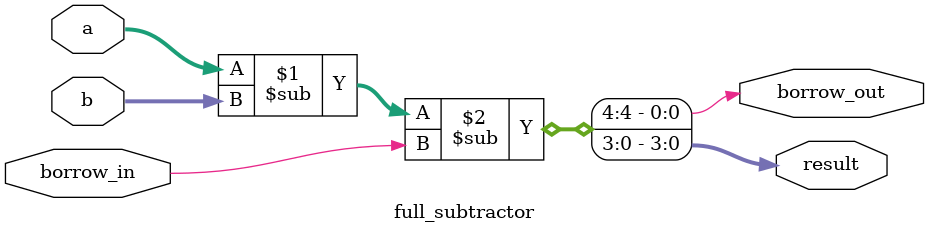
<source format=sv>
module full_subtractor
  #(parameter WIDTH = 4)
  (input logic [WIDTH - 1: 0] a, 
                              b, 
   input logic borrow_in,
   output logic borrow_out,
   output logic [WIDTH - 1: 0] result);

assign {borrow_out, result} = a - b - borrow_in;

endmodule

</source>
